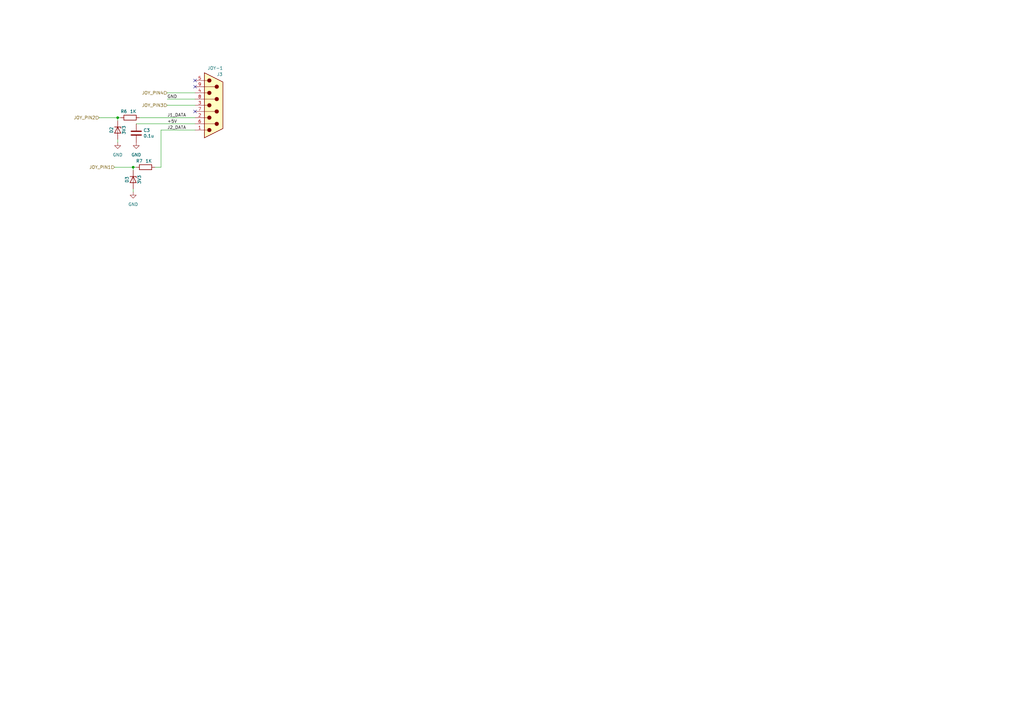
<source format=kicad_sch>
(kicad_sch (version 20231120) (generator "eeschema") (generator_version "8.0")
  (paper "A3")
  (title_block (title "Valera") (date "2025-01-08") (rev "1.0") (company "Mikhail Matveev") (comment 1 "https://github.com/xtremespb/valera"))
  (lib_symbols
    (symbol "ConnectorLib:DB9_Male" (pin_names (offset 1.016) hide)
      (property "Reference" "J" (at 0 13.97 0))
      (property "Value" "DB9_Male" (at 0 -14.605 0))
      (symbol "DB9_Male_0_1"
        (circle (center -1.778 -10.16) (radius 0.762) (fill (type outline)))
        (circle (center -1.778 -5.08) (radius 0.762) (fill (type outline)))
        (circle (center -1.778 0) (radius 0.762) (fill (type outline)))
        (circle (center -1.778 5.08) (radius 0.762) (fill (type outline)))
        (circle (center -1.778 10.16) (radius 0.762) (fill (type outline)))
        (polyline (pts (xy -3.81 -10.16) (xy -2.54 -10.16)))
        (polyline (pts (xy -3.81 -7.62) (xy 0.508 -7.62)))
        (polyline (pts (xy -3.81 -5.08) (xy -2.54 -5.08)))
        (polyline (pts (xy -3.81 -2.54) (xy 0.508 -2.54)))
        (polyline (pts (xy -3.81 0) (xy -2.54 0)))
        (polyline (pts (xy -3.81 2.54) (xy 0.508 2.54)))
        (polyline (pts (xy -3.81 5.08) (xy -2.54 5.08)))
        (polyline (pts (xy -3.81 7.62) (xy 0.508 7.62)))
        (polyline (pts (xy -3.81 10.16) (xy -2.54 10.16)))
        (polyline (pts (xy -3.81 -13.335) (xy -3.81 13.335) (xy 3.81 9.525) (xy 3.81 -9.525) (xy -3.81 -13.335)) (stroke (width 0.254)) (fill (type background)))
        (circle (center 1.27 -7.62) (radius 0.762) (fill (type outline)))
        (circle (center 1.27 -2.54) (radius 0.762) (fill (type outline)))
        (circle (center 1.27 2.54) (radius 0.762) (fill (type outline)))
        (circle (center 1.27 7.62) (radius 0.762) (fill (type outline)))
      )
      (symbol "DB9_Male_1_1"
        (pin passive line (at -7.62 -10.16 0) (length 3.81) (name "1") (number "1"))
        (pin passive line (at -7.62 -5.08 0) (length 3.81) (name "2") (number "2"))
        (pin passive line (at -7.62 0 0) (length 3.81) (name "3") (number "3"))
        (pin passive line (at -7.62 5.08 0) (length 3.81) (name "4") (number "4"))
        (pin passive line (at -7.62 10.16 0) (length 3.81) (name "5") (number "5"))
        (pin passive line (at -7.62 -7.62 0) (length 3.81) (name "6") (number "6"))
        (pin passive line (at -7.62 -2.54 0) (length 3.81) (name "7") (number "7"))
        (pin passive line (at -7.62 2.54 0) (length 3.81) (name "8") (number "8"))
        (pin passive line (at -7.62 7.62 0) (length 3.81) (name "9") (number "9"))
      )
    )
    (symbol "Device:C" (pin_numbers hide) (pin_names (offset 0.254))
      (property "Reference" "C" (at 0.635 2.54 0))
      (property "Value" "C" (at 0.635 -2.54 0))
      (symbol "C_0_1"
        (polyline (pts (xy -2.032 -0.762) (xy 2.032 -0.762)) (stroke (width 0.508)))
        (polyline (pts (xy -2.032 0.762) (xy 2.032 0.762)) (stroke (width 0.508)))
      )
      (symbol "C_1_1"
        (pin passive line (at 0 3.81 270) (length 2.794) (name "~") (number "1"))
        (pin passive line (at 0 -3.81 90) (length 2.794) (name "~") (number "2"))
      )
    )
    (symbol "Device:D_Zener" (pin_numbers hide) (pin_names (offset 1.016) hide)
      (property "Reference" "D" (at 0 2.54 0))
      (property "Value" "D_Zener" (at 0 -2.54 0))
      (symbol "D_Zener_0_1"
        (polyline (pts (xy 1.27 0) (xy -1.27 0)))
        (polyline (pts (xy -1.27 -1.27) (xy -1.27 1.27) (xy -0.762 1.27)) (stroke (width 0.254)))
        (polyline (pts (xy 1.27 -1.27) (xy 1.27 1.27) (xy -1.27 0) (xy 1.27 -1.27)) (stroke (width 0.254)))
      )
      (symbol "D_Zener_1_1"
        (pin passive line (at -3.81 0 0) (length 2.54) (name "K") (number "1"))
        (pin passive line (at 3.81 0 180) (length 2.54) (name "A") (number "2"))
      )
    )
    (symbol "Device:R" (pin_numbers hide) (pin_names (offset 0))
      (property "Reference" "R" (at 2.032 0 90))
      (property "Value" "R" (at 0 0 90))
      (symbol "R_0_1"
        (rectangle (start -1.016 -2.54) (end 1.016 2.54) (stroke (width 0.254)))
      )
      (symbol "R_1_1"
        (pin passive line (at 0 3.81 270) (length 1.27) (name "~") (number "1"))
        (pin passive line (at 0 -3.81 90) (length 1.27) (name "~") (number "2"))
      )
    )
    (symbol "GND_1" (power) (pin_numbers hide) (pin_names (offset 0) hide)
      (property "Value" "GND" (at 0 -3.81 0))
      (symbol "GND_1_0_1"
        (polyline (pts (xy 0 0) (xy 0 -1.27) (xy 1.27 -1.27) (xy 0 -2.54) (xy -1.27 -1.27) (xy 0 -1.27)))
      )
      (symbol "GND_1_1_1"
        (pin power_in line (at 0 0 270) (length 0) (name "~") (number "1"))
      )
    )
  )
  (junction (at 54.61 68.58))
  (junction (at 48.26 48.26))
  (no_connect (at 80.01 33.02))
  (no_connect (at 80.01 35.56))
  (no_connect (at 80.01 45.72))
  (wire (pts (xy 48.26 57.15) (xy 48.26 58.42)))
  (wire (pts (xy 55.88 50.8) (xy 80.01 50.8)))
  (wire (pts (xy 57.15 48.26) (xy 80.01 48.26)))
  (wire (pts (xy 68.58 43.18) (xy 80.01 43.18)))
  (wire (pts (xy 46.99 68.58) (xy 54.61 68.58)))
  (wire (pts (xy 68.58 38.1) (xy 80.01 38.1)))
  (wire (pts (xy 54.61 68.58) (xy 54.61 69.85)))
  (wire (pts (xy 55.88 68.58) (xy 54.61 68.58)))
  (wire (pts (xy 63.5 68.58) (xy 66.04 68.58)))
  (wire (pts (xy 66.04 53.34) (xy 80.01 53.34)))
  (wire (pts (xy 54.61 77.47) (xy 54.61 78.74)))
  (wire (pts (xy 68.58 40.64) (xy 80.01 40.64)))
  (wire (pts (xy 48.26 48.26) (xy 48.26 49.53)))
  (wire (pts (xy 49.53 48.26) (xy 48.26 48.26)))
  (wire (pts (xy 40.64 48.26) (xy 48.26 48.26)))
  (wire (pts (xy 66.04 68.58) (xy 66.04 53.34)))
  (label "J2_DATA" (at 68.58 53.34 0))
  (label "GND" (at 68.58 40.64 0))
  (label "+5V" (at 68.58 50.8 0))
  (label "J1_DATA" (at 68.58 48.26 0))
  (hierarchical_label "JOY_PIN4" (shape input) (at 68.58 38.1 180))
  (hierarchical_label "JOY_PIN1" (shape input) (at 46.99 68.58 180))
  (hierarchical_label "JOY_PIN2" (shape input) (at 40.64 48.26 180))
  (hierarchical_label "JOY_PIN3" (shape input) (at 68.58 43.18 180))
  (symbol (lib_id "Device:D_Zener") (at 54.61 73.66 270) (unit 1)
    (property "Reference" "D3" (at 52.07 73.66 0))
    (property "Value" "3V3" (at 57.15 73.66 0))
    (property "Footprint" "LIBS:D_0805" (effects (hide yes)))
  )
  (symbol (lib_id "Device:C") (at 55.88 54.61 0) (unit 1)
    (property "Reference" "C3" (at 58.801 53.4416 0) (effects (justify left)))
    (property "Value" "0.1u" (at 58.801 55.753 0) (effects (justify left)))
    (property "Footprint" "LIBS:C_0805" (effects (hide yes)))
  )
  (symbol (lib_id "Device:R") (at 53.34 48.26 90) (unit 1)
    (property "Reference" "R6" (at 50.8 45.72 90))
    (property "Value" "1K" (at 54.61 45.72 90))
    (property "Footprint" "LIBS:R_0805" (effects (hide yes)))
  )
  (symbol (lib_name "GND_1") (lib_id "power:GND") (at 48.26 58.42 0) (unit 1)
    (property "Reference" "#PWR09" (effects (hide yes)))
    (property "Value" "GND" (at 48.26 63.5 0))
    (property "Description" "Power symbol creates a global label with name \"GND\" , ground" (effects (hide yes)))
  )
  (symbol (lib_id "Device:D_Zener") (at 48.26 53.34 270) (unit 1)
    (property "Reference" "D2" (at 45.72 53.34 0))
    (property "Value" "3V3" (at 50.8 53.34 0))
    (property "Footprint" "LIBS:D_0805" (effects (hide yes)))
  )
  (symbol (lib_name "GND_1") (lib_id "power:GND") (at 54.61 78.74 0) (unit 1)
    (property "Reference" "#PWR011" (effects (hide yes)))
    (property "Value" "GND" (at 54.61 83.82 0))
    (property "Description" "Power symbol creates a global label with name \"GND\" , ground" (effects (hide yes)))
  )
  (symbol (lib_name "GND_1") (lib_id "power:GND") (at 55.88 58.42 0) (unit 1)
    (property "Reference" "#PWR010" (effects (hide yes)))
    (property "Value" "GND" (at 55.88 63.5 0))
    (property "Description" "Power symbol creates a global label with name \"GND\" , ground" (effects (hide yes)))
  )
  (symbol (lib_id "ConnectorLib:DB9_Male") (at 87.63 43.18 0) (unit 1)
    (property "Reference" "J3" (at 88.9 30.48 0) (effects (justify left)))
    (property "Value" "JOY-1" (at 85.09 27.94 0) (effects (justify left)))
    (property "Footprint" "Connector_Dsub:DSUB-9_Male_EdgeMount_P2.77mm" (effects (hide yes)))
  )
  (symbol (lib_id "Device:R") (at 59.69 68.58 90) (unit 1)
    (property "Reference" "R7" (at 57.15 66.04 90))
    (property "Value" "1K" (at 60.96 66.04 90))
    (property "Footprint" "LIBS:R_0805" (effects (hide yes)))
  )
)
</source>
